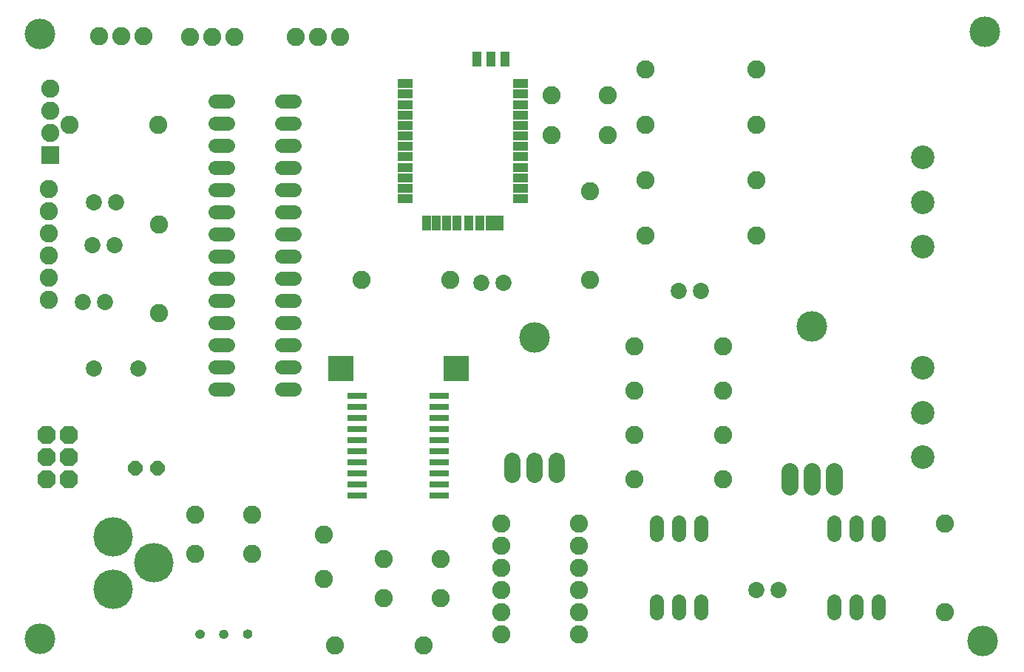
<source format=gts>
G75*
G70*
%OFA0B0*%
%FSLAX24Y24*%
%IPPOS*%
%LPD*%
%AMOC8*
5,1,8,0,0,1.08239X$1,22.5*
%
%ADD10C,0.0640*%
%ADD11OC8,0.0820*%
%ADD12C,0.0820*%
%ADD13C,0.1780*%
%ADD14C,0.0730*%
%ADD15C,0.0050*%
%ADD16OC8,0.0640*%
%ADD17R,0.0710X0.0395*%
%ADD18R,0.0395X0.0710*%
%ADD19C,0.0720*%
%ADD20C,0.1380*%
%ADD21C,0.0760*%
%ADD22C,0.1064*%
%ADD23R,0.1175X0.1175*%
%ADD24R,0.0860X0.0289*%
%ADD25R,0.0820X0.0820*%
D10*
X009702Y013149D02*
X010262Y013149D01*
X010262Y014149D02*
X009702Y014149D01*
X009702Y015149D02*
X010262Y015149D01*
X010262Y016149D02*
X009702Y016149D01*
X009702Y017149D02*
X010262Y017149D01*
X010262Y018149D02*
X009702Y018149D01*
X009702Y019149D02*
X010262Y019149D01*
X010262Y020149D02*
X009702Y020149D01*
X009702Y021149D02*
X010262Y021149D01*
X010262Y022149D02*
X009702Y022149D01*
X009702Y023149D02*
X010262Y023149D01*
X010262Y024149D02*
X009702Y024149D01*
X009702Y025149D02*
X010262Y025149D01*
X010262Y026149D02*
X009702Y026149D01*
X012702Y026149D02*
X013262Y026149D01*
X013262Y025149D02*
X012702Y025149D01*
X012702Y024149D02*
X013262Y024149D01*
X013262Y023149D02*
X012702Y023149D01*
X012702Y022149D02*
X013262Y022149D01*
X013262Y021149D02*
X012702Y021149D01*
X012702Y020149D02*
X013262Y020149D01*
X013262Y019149D02*
X012702Y019149D01*
X012702Y018149D02*
X013262Y018149D01*
X013262Y017149D02*
X012702Y017149D01*
X012702Y016149D02*
X013262Y016149D01*
X013262Y015149D02*
X012702Y015149D01*
X012702Y014149D02*
X013262Y014149D01*
X013262Y013149D02*
X012702Y013149D01*
X029601Y007161D02*
X029601Y006601D01*
X030601Y006601D02*
X030601Y007161D01*
X031601Y007161D02*
X031601Y006601D01*
X031601Y003601D02*
X031601Y003041D01*
X030601Y003041D02*
X030601Y003601D01*
X029601Y003601D02*
X029601Y003041D01*
X037601Y003041D02*
X037601Y003601D01*
X038601Y003601D02*
X038601Y003041D01*
X039601Y003041D02*
X039601Y003601D01*
X039601Y006601D02*
X039601Y007161D01*
X038601Y007161D02*
X038601Y006601D01*
X037601Y006601D02*
X037601Y007161D01*
D11*
X003101Y009101D03*
X002101Y009101D03*
X002101Y010101D03*
X003101Y010101D03*
X003101Y011101D03*
X002101Y011101D03*
D12*
X008821Y007491D03*
X011381Y007491D03*
X011381Y005711D03*
X008821Y005711D03*
X014601Y006601D03*
X017321Y005491D03*
X017321Y003711D03*
X019881Y003711D03*
X022601Y004101D03*
X022601Y005101D03*
X022601Y006101D03*
X022601Y007101D03*
X019881Y005491D03*
X022601Y003101D03*
X022601Y002101D03*
X019101Y001601D03*
X015101Y001601D03*
X014601Y004601D03*
X026101Y005101D03*
X026101Y006101D03*
X026101Y007101D03*
X028601Y009101D03*
X028601Y011101D03*
X028601Y013101D03*
X028601Y015101D03*
X032601Y015101D03*
X032601Y013101D03*
X032601Y011101D03*
X032601Y009101D03*
X026101Y004101D03*
X026101Y003101D03*
X026101Y002101D03*
X042601Y003101D03*
X042601Y007101D03*
X026601Y018101D03*
X029101Y020101D03*
X026601Y022101D03*
X029101Y022601D03*
X027425Y024638D03*
X029101Y025101D03*
X027425Y026418D03*
X029101Y027601D03*
X024865Y026418D03*
X024865Y024638D03*
X034101Y025101D03*
X034101Y027601D03*
X034101Y022601D03*
X034101Y020101D03*
X020304Y018090D03*
X016304Y018090D03*
X007179Y016601D03*
X002209Y017185D03*
X002209Y018185D03*
X002209Y019185D03*
X002209Y020185D03*
X002209Y021185D03*
X002209Y022185D03*
X002289Y024718D03*
X003139Y025101D03*
X002289Y025718D03*
X002289Y026718D03*
X004491Y029081D03*
X005491Y029081D03*
X006491Y029081D03*
X008571Y029061D03*
X009571Y029061D03*
X010571Y029061D03*
X013345Y029071D03*
X014345Y029071D03*
X015345Y029071D03*
X007139Y025101D03*
X007179Y020601D03*
D13*
X005101Y006494D03*
X006951Y005313D03*
X005101Y004132D03*
D14*
X004243Y014101D03*
X006243Y014101D03*
X004743Y017101D03*
X003743Y017101D03*
X004178Y019641D03*
X005178Y019641D03*
X005258Y021601D03*
X004258Y021601D03*
X021714Y017970D03*
X022714Y017970D03*
X030601Y017601D03*
X031601Y017601D03*
X034101Y004101D03*
X035101Y004101D03*
D15*
X011348Y002101D02*
X011343Y002061D01*
X011329Y002024D01*
X011307Y001991D01*
X011279Y001964D01*
X011245Y001943D01*
X011207Y001931D01*
X011168Y001927D01*
X011129Y001931D01*
X011093Y001945D01*
X011061Y001965D01*
X011033Y001993D01*
X011013Y002026D01*
X011001Y002062D01*
X010997Y002101D01*
X011000Y002139D01*
X011012Y002175D01*
X011032Y002208D01*
X011058Y002236D01*
X011090Y002257D01*
X011126Y002271D01*
X011164Y002276D01*
X011204Y002272D01*
X011242Y002260D01*
X011277Y002239D01*
X011306Y002212D01*
X011328Y002178D01*
X011342Y002141D01*
X011348Y002101D01*
X011347Y002091D02*
X010998Y002091D01*
X011000Y002140D02*
X011342Y002140D01*
X011321Y002188D02*
X011020Y002188D01*
X011059Y002237D02*
X011279Y002237D01*
X011336Y002043D02*
X011008Y002043D01*
X011033Y001994D02*
X011309Y001994D01*
X011249Y001945D02*
X011092Y001945D01*
X010271Y002057D02*
X010257Y002020D01*
X010235Y001987D01*
X010207Y001960D01*
X010173Y001939D01*
X010135Y001927D01*
X010096Y001923D01*
X010057Y001927D01*
X010021Y001941D01*
X009989Y001961D01*
X009961Y001989D01*
X009941Y002022D01*
X009929Y002058D01*
X009925Y002097D01*
X009928Y002135D01*
X009940Y002171D01*
X009960Y002204D01*
X009986Y002232D01*
X010018Y002253D01*
X010054Y002267D01*
X010092Y002272D01*
X010132Y002268D01*
X010170Y002256D01*
X010205Y002235D01*
X010234Y002208D01*
X010256Y002174D01*
X010270Y002137D01*
X010276Y002097D01*
X010271Y002057D01*
X010265Y002043D02*
X009934Y002043D01*
X009925Y002091D02*
X010275Y002091D01*
X010269Y002140D02*
X009930Y002140D01*
X009950Y002188D02*
X010247Y002188D01*
X010202Y002237D02*
X009993Y002237D01*
X009958Y001994D02*
X010240Y001994D01*
X010184Y001945D02*
X010013Y001945D01*
X009201Y002060D02*
X009187Y002023D01*
X009165Y001990D01*
X009137Y001963D01*
X009103Y001942D01*
X009065Y001930D01*
X009026Y001926D01*
X008987Y001930D01*
X008951Y001944D01*
X008919Y001964D01*
X008891Y001992D01*
X008871Y002025D01*
X008859Y002061D01*
X008855Y002100D01*
X008858Y002138D01*
X008870Y002174D01*
X008890Y002207D01*
X008916Y002235D01*
X008948Y002256D01*
X008984Y002270D01*
X009022Y002275D01*
X009062Y002271D01*
X009100Y002259D01*
X009135Y002238D01*
X009164Y002211D01*
X009186Y002177D01*
X009200Y002140D01*
X008859Y002140D01*
X008856Y002091D02*
X009205Y002091D01*
X009206Y002100D02*
X009201Y002060D01*
X009194Y002043D02*
X008865Y002043D01*
X008890Y001994D02*
X009168Y001994D01*
X009109Y001945D02*
X008948Y001945D01*
X008878Y002188D02*
X009179Y002188D01*
X009200Y002140D02*
X009206Y002100D01*
X009136Y002237D02*
X008919Y002237D01*
D16*
X007101Y009601D03*
X006101Y009601D03*
D17*
X018284Y021752D03*
X018284Y022225D03*
X018284Y022697D03*
X018284Y023170D03*
X018284Y023642D03*
X018284Y024115D03*
X018284Y024587D03*
X018284Y025059D03*
X018284Y025532D03*
X018284Y026004D03*
X018284Y026477D03*
X018284Y026949D03*
X023481Y026949D03*
X023481Y026477D03*
X023481Y026004D03*
X023481Y025532D03*
X023481Y025059D03*
X023481Y024587D03*
X023481Y024115D03*
X023481Y023642D03*
X023481Y023170D03*
X023481Y022697D03*
X023481Y022225D03*
X023481Y021752D03*
D18*
X022506Y020650D03*
X022103Y020650D03*
X021631Y020650D03*
X021158Y020650D03*
X020607Y020650D03*
X020135Y020650D03*
X019662Y020650D03*
X019260Y020650D03*
X021513Y028052D03*
X022143Y028052D03*
X022773Y028052D03*
D19*
X023101Y009921D02*
X023101Y009281D01*
X024101Y009281D02*
X024101Y009921D01*
X025101Y009921D02*
X025101Y009281D01*
D20*
X001801Y001901D03*
X024101Y015501D03*
X036601Y016001D03*
X044401Y029301D03*
X044301Y001801D03*
X001801Y029201D03*
D21*
X035601Y009441D02*
X035601Y008761D01*
X036601Y008761D02*
X036601Y009441D01*
X037601Y009441D02*
X037601Y008761D01*
D22*
X041601Y010093D03*
X041601Y012101D03*
X041601Y014109D03*
X041601Y019593D03*
X041601Y021601D03*
X041601Y023609D03*
D23*
X020582Y014101D03*
X015382Y014101D03*
D24*
X016116Y012851D03*
X016116Y012351D03*
X016116Y011851D03*
X016116Y011351D03*
X016116Y010851D03*
X016116Y010351D03*
X016116Y009851D03*
X016116Y009351D03*
X016116Y008851D03*
X016116Y008351D03*
X019805Y008351D03*
X019805Y008851D03*
X019805Y009351D03*
X019805Y009851D03*
X019805Y010351D03*
X019805Y010851D03*
X019805Y011351D03*
X019805Y011851D03*
X019805Y012351D03*
X019805Y012851D03*
D25*
X002289Y023718D03*
M02*

</source>
